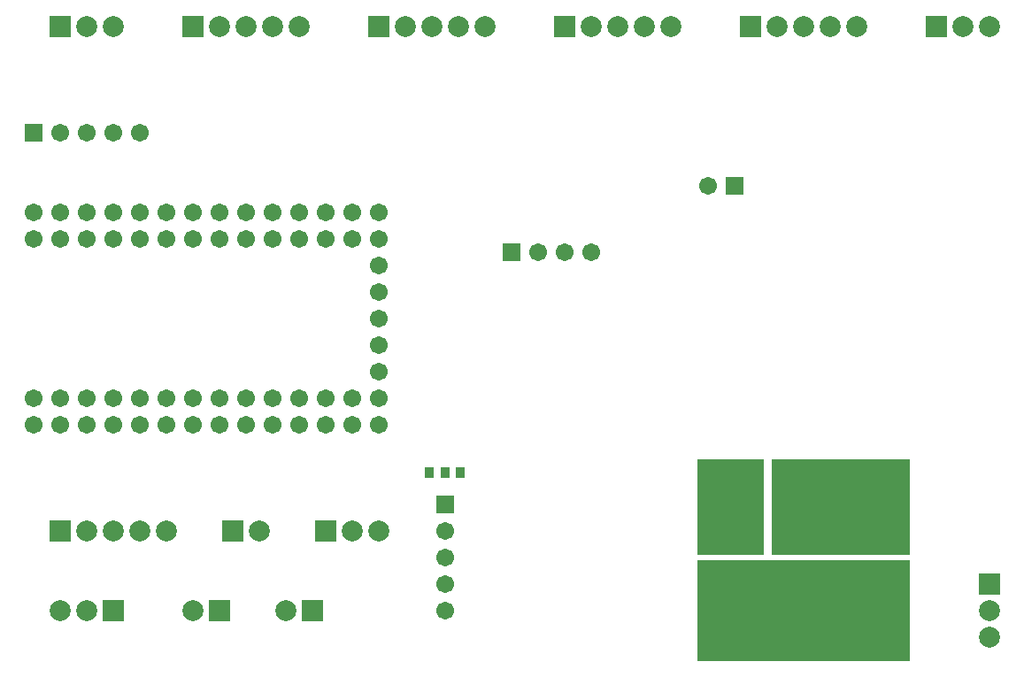
<source format=gbs>
G04*
G04 #@! TF.GenerationSoftware,Altium Limited,Altium Designer,18.0.7 (293)*
G04*
G04 Layer_Color=16711935*
%FSLAX25Y25*%
%MOIN*%
G70*
G01*
G75*
%ADD33R,0.03556X0.04343*%
%ADD42R,0.07887X0.07887*%
%ADD43C,0.07887*%
%ADD44R,0.06706X0.06706*%
%ADD45C,0.06706*%
%ADD46C,0.14580*%
%ADD47R,0.07887X0.07887*%
%ADD48R,0.06706X0.06706*%
G36*
X340000Y77079D02*
X340000Y41079D01*
X288000Y41079D01*
X288000Y77079D01*
X340000Y77079D01*
D02*
G37*
G36*
X285000Y41079D02*
X260000Y41079D01*
Y77079D01*
X285000Y77079D01*
Y41079D01*
D02*
G37*
G36*
X340000Y1000D02*
X260000D01*
Y39000D01*
X340000D01*
Y1000D01*
D02*
G37*
D33*
X170905Y72079D02*
D03*
X159095Y72079D02*
D03*
X165000D02*
D03*
D42*
X20000Y50079D02*
D03*
X115000Y20079D02*
D03*
X120000Y50079D02*
D03*
X40000Y20079D02*
D03*
X350000Y240079D02*
D03*
X20000D02*
D03*
X80000Y20079D02*
D03*
X70000Y240079D02*
D03*
X85000Y50079D02*
D03*
X140000Y240079D02*
D03*
X210000D02*
D03*
X280000D02*
D03*
D43*
X40000Y50079D02*
D03*
X50000D02*
D03*
X30000D02*
D03*
X60000D02*
D03*
X105000Y20079D02*
D03*
X130000Y50079D02*
D03*
X140000D02*
D03*
X20000Y20079D02*
D03*
X30000D02*
D03*
X370000Y10079D02*
D03*
Y20079D02*
D03*
Y240079D02*
D03*
X360000D02*
D03*
X40000D02*
D03*
X30000D02*
D03*
X70000Y20079D02*
D03*
X110000Y240079D02*
D03*
X80000D02*
D03*
X100000D02*
D03*
X90000D02*
D03*
X95000Y50079D02*
D03*
X180000Y240079D02*
D03*
X150000D02*
D03*
X170000D02*
D03*
X160000D02*
D03*
X250000D02*
D03*
X220000D02*
D03*
X240000D02*
D03*
X230000D02*
D03*
X320000D02*
D03*
X290000D02*
D03*
X310000D02*
D03*
X300000D02*
D03*
D44*
X165000Y60079D02*
D03*
D45*
Y50079D02*
D03*
Y40079D02*
D03*
Y30079D02*
D03*
Y20079D02*
D03*
X264000Y180079D02*
D03*
X10000Y170079D02*
D03*
X140000D02*
D03*
X130000D02*
D03*
X120000D02*
D03*
X110000D02*
D03*
X100000D02*
D03*
X90000D02*
D03*
X80000D02*
D03*
X70000D02*
D03*
X60000D02*
D03*
X50000D02*
D03*
X40000D02*
D03*
X30000D02*
D03*
X20000D02*
D03*
Y90079D02*
D03*
X30000D02*
D03*
X40000D02*
D03*
X70000D02*
D03*
X80000D02*
D03*
X90000D02*
D03*
X100000D02*
D03*
X110000D02*
D03*
X120000D02*
D03*
X130000D02*
D03*
X140000D02*
D03*
X50000D02*
D03*
X60000D02*
D03*
Y100079D02*
D03*
X50000D02*
D03*
X10000Y160079D02*
D03*
X20000D02*
D03*
X30000D02*
D03*
X40000D02*
D03*
X50000D02*
D03*
X60000D02*
D03*
X70000D02*
D03*
X80000D02*
D03*
X90000D02*
D03*
X100000D02*
D03*
X110000D02*
D03*
X120000D02*
D03*
X130000D02*
D03*
X140000D02*
D03*
Y150079D02*
D03*
Y140079D02*
D03*
Y130079D02*
D03*
Y120079D02*
D03*
Y110079D02*
D03*
Y100079D02*
D03*
X130000D02*
D03*
X120000D02*
D03*
X110000D02*
D03*
X100000D02*
D03*
X90000D02*
D03*
X80000D02*
D03*
X70000D02*
D03*
X40000D02*
D03*
X30000D02*
D03*
X20000D02*
D03*
X10000D02*
D03*
Y90079D02*
D03*
X220000Y155079D02*
D03*
X210000D02*
D03*
X200000D02*
D03*
X50000Y200079D02*
D03*
X40000D02*
D03*
X30000D02*
D03*
X20000D02*
D03*
D46*
X330000Y50079D02*
D03*
Y30079D02*
D03*
X270000D02*
D03*
Y50079D02*
D03*
X300000Y30079D02*
D03*
Y50079D02*
D03*
D47*
X370000Y30079D02*
D03*
D48*
X274000Y180079D02*
D03*
X190000Y155079D02*
D03*
X10000Y200079D02*
D03*
M02*

</source>
